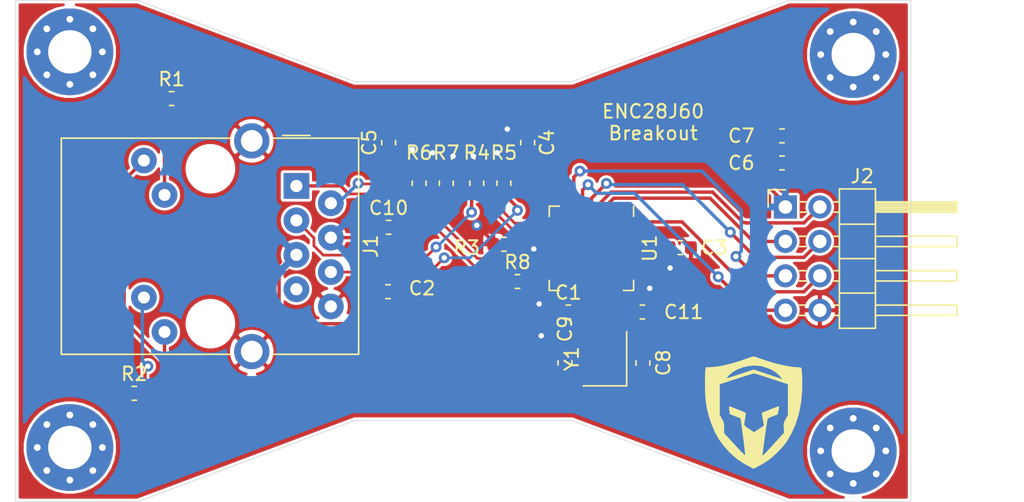
<source format=kicad_pcb>
(kicad_pcb (version 20171130) (host pcbnew "(5.1.6)-1")
  (layers (0 F.Cu signal) (31 B.Cu signal) (34 B.Paste user) (35 F.Paste user) (36 B.SilkS user) (37 F.SilkS user) (38 B.Mask user) (39 F.Mask user) (44 Edge.Cuts user))
  (net 0 "")
  (net 1 +3V3)
  (net 2 GND)
  (net 3 "Net-(C3-Pad1)")
  (net 4 OSC1)
  (net 5 OSC2)
  (net 6 TD+)
  (net 7 TD-)
  (net 8 RD+)
  (net 9 RD-)
  (net 10 "Net-(J1-PadR7)")
  (net 11 LEDB)
  (net 12 "Net-(J1-PadL2)")
  (net 13 "Net-(J1-PadL3)")
  (net 14 LEDA)
  (net 15 MOSI)
  (net 16 MISO)
  (net 17 SCK)
  (net 18 RESET)
  (net 19 INT)
  (net 20 nCS)
  (net 21 "Net-(R3-Pad2)")
  (net 22 "Net-(R8-Pad2)")
  (net 23 "Net-(U1-Pad1)")
  (net 24 "Net-(U1-Pad27)")
  (module ASSETS:Company_Logo1 (layer F.Cu) (at 137.4 106.4)
    (fp_text reference G*** hide)
    (fp_text value LOGO hide)
    (fp_poly (pts (xy 0.070145 -4.104871) (xy 0.205194 -4.063609) (xy 0.383798 -4.00299) (xy 0.531091 -3.949823) (xy 0.979391 -3.795057) (xy 1.44188 -3.65551) (xy 1.900851 -3.535263) (xy 2.338597 -3.438401) (xy 2.737413 -3.369007) (xy 3.07959 -3.331164) (xy 3.239332 -3.325276) (xy 3.398335 -3.31865) (xy 3.487806 -3.294958) (xy 3.529931 -3.248049) (xy 3.531473 -3.244272) (xy 3.543583 -3.172423) (xy 3.556817 -3.025679) (xy 3.56999 -2.821482) (xy 3.581923 -2.577271) (xy 3.588584 -2.401454) (xy 3.580612 -1.505643) (xy 3.495222 -0.656523) (xy 3.332713 0.144692) (xy 3.093388 0.896786) (xy 2.777546 1.598546) (xy 2.468352 2.125387) (xy 2.282438 2.37764) (xy 2.041241 2.658362) (xy 1.766738 2.945407) (xy 1.480908 3.216628) (xy 1.205727 3.449877) (xy 1.016 3.58895) (xy 0.872413 3.680257) (xy 0.696879 3.785136) (xy 0.507948 3.893353) (xy 0.324175 3.994678) (xy 0.16411 4.078878) (xy 0.046306 4.135723) (xy -0.010392 4.155016) (xy -0.054013 4.13431) (xy -0.160199 4.079983) (xy -0.30998 4.001801) (xy -0.392545 3.958268) (xy -0.805334 3.723838) (xy -1.161295 3.482589) (xy -1.494192 3.209693) (xy -1.782101 2.936442) (xy -2.183938 2.49549) (xy -2.522555 2.033998) (xy -2.809577 1.53269) (xy -3.056631 0.972287) (xy -3.189478 0.602763) (xy -3.32025 0.180707) (xy -3.419862 -0.218624) (xy -3.491727 -0.618362) (xy -3.539259 -1.04164) (xy -3.56587 -1.511592) (xy -3.574827 -2.008909) (xy -3.574735 -2.072628) (xy -2.493818 -2.072628) (xy -2.493818 0.181548) (xy -2.332181 0.475609) (xy -2.250692 0.632276) (xy -2.202164 0.759302) (xy -2.178027 0.892515) (xy -2.169714 1.067742) (xy -2.168897 1.158381) (xy -2.167249 1.547091) (xy -1.395352 2.385581) (xy -1.135998 2.66387) (xy -0.925739 2.882137) (xy -0.767093 3.037935) (xy -0.662577 3.128815) (xy -0.614709 3.152329) (xy -0.611914 3.147581) (xy -0.614844 3.083449) (xy -0.628831 2.940162) (xy -0.652427 2.730079) (xy -0.684183 2.465558) (xy -0.722648 2.158956) (xy -0.766374 1.822633) (xy -0.774504 1.761304) (xy -0.948633 0.451517) (xy -1.347604 0.291863) (xy -1.746575 0.132208) (xy -1.778696 -0.144548) (xy -1.793183 -0.293283) (xy -1.798335 -0.399814) (xy -1.794408 -0.437019) (xy -1.748206 -0.42688) (xy -1.635808 -0.388465) (xy -1.47617 -0.329279) (xy -1.288251 -0.256827) (xy -1.091004 -0.178611) (xy -0.903389 -0.102138) (xy -0.74436 -0.03491) (xy -0.632874 0.015568) (xy -0.589272 0.040052) (xy -0.581295 0.09758) (xy -0.589478 0.222662) (xy -0.611943 0.392267) (xy -0.623845 0.463673) (xy -0.655209 0.650244) (xy -0.678817 0.806638) (xy -0.690849 0.90693) (xy -0.691624 0.923637) (xy -0.654756 0.977818) (xy -0.556658 1.06574) (xy -0.41472 1.172667) (xy -0.328009 1.231777) (xy 0.034628 1.470645) (xy 0.771964 0.976995) (xy 0.69272 0.507953) (xy 0.613475 0.038911) (xy 0.710829 0.00156) (xy 0.790439 -0.029775) (xy 0.935106 -0.087432) (xy 1.124228 -0.163178) (xy 1.335953 -0.248276) (xy 1.538746 -0.328252) (xy 1.708069 -0.391868) (xy 1.827012 -0.432996) (xy 1.878668 -0.445511) (xy 1.879336 -0.445149) (xy 1.878968 -0.395475) (xy 1.862654 -0.28113) (xy 1.836474 -0.139949) (xy 1.778 0.149641) (xy 1.431637 0.286056) (xy 1.264432 0.354601) (xy 1.130443 0.414516) (xy 1.053312 0.455086) (xy 1.045716 0.46092) (xy 1.031379 0.512815) (xy 1.007496 0.64195) (xy 0.975982 0.83453) (xy 0.938749 1.07676) (xy 0.897711 1.354846) (xy 0.854781 1.654992) (xy 0.811874 1.963404) (xy 0.770902 2.266286) (xy 0.733778 2.549845) (xy 0.702417 2.800284) (xy 0.678732 3.00381) (xy 0.664637 3.146627) (xy 0.662044 3.21494) (xy 0.663201 3.218595) (xy 0.69721 3.190263) (xy 0.784783 3.102372) (xy 0.917477 2.963822) (xy 1.08685 2.78351) (xy 1.284461 2.570335) (xy 1.468696 2.36954) (xy 2.25854 1.504834) (xy 2.231889 1.156508) (xy 2.220671 0.973245) (xy 2.226569 0.844061) (xy 2.257749 0.731108) (xy 2.322377 0.596535) (xy 2.37262 0.504165) (xy 2.54 0.200148) (xy 2.54 -2.0749) (xy 1.327728 -2.471956) (xy 1.007572 -2.576172) (xy 0.714107 -2.670472) (xy 0.459361 -2.751089) (xy 0.255364 -2.814256) (xy 0.114145 -2.856204) (xy 0.047732 -2.873168) (xy 0.046182 -2.873323) (xy -0.01433 -2.860588) (xy -0.150634 -2.822485) (xy -0.350829 -2.762645) (xy -0.603013 -2.684701) (xy -0.895285 -2.592286) (xy -1.215745 -2.489031) (xy -1.258454 -2.475131) (xy -2.493818 -2.072628) (xy -3.574735 -2.072628) (xy -3.574387 -2.310664) (xy -3.571725 -2.512822) (xy -1.974035 -2.512822) (xy -1.92716 -2.521751) (xy -1.805456 -2.55641) (xy -1.621566 -2.612875) (xy -1.388133 -2.68722) (xy -1.117802 -2.77552) (xy -0.973243 -2.823512) (xy 0.010071 -3.151679) (xy 1.055672 -2.804173) (xy 1.348993 -2.706712) (xy 1.611821 -2.619429) (xy 1.831909 -2.54639) (xy 1.997007 -2.491656) (xy 2.094866 -2.459292) (xy 2.116699 -2.452151) (xy 2.099916 -2.481813) (xy 2.040155 -2.562691) (xy 1.987886 -2.629753) (xy 1.750546 -2.866312) (xy 1.4415 -3.07665) (xy 1.07999 -3.25066) (xy 0.685256 -3.378233) (xy 0.480557 -3.421601) (xy 0.07492 -3.454915) (xy -0.345572 -3.422401) (xy -0.761703 -3.330068) (xy -1.154255 -3.183921) (xy -1.504014 -2.989969) (xy -1.791763 -2.754218) (xy -1.848103 -2.693634) (xy -1.928783 -2.59461) (xy -1.97192 -2.527349) (xy -1.974035 -2.512822) (xy -3.571725 -2.512822) (xy -3.570691 -2.591326) (xy -3.564218 -2.834) (xy -3.555449 -3.021792) (xy -3.544863 -3.137806) (xy -3.542362 -3.151909) (xy -3.505633 -3.325091) (xy -3.24218 -3.325276) (xy -2.8875 -3.346878) (xy -2.466737 -3.408955) (xy -1.995074 -3.508085) (xy -1.487693 -3.640844) (xy -0.959776 -3.803809) (xy -0.658609 -3.907784) (xy -0.43634 -3.985819) (xy -0.241684 -4.050971) (xy -0.092936 -4.097347) (xy -0.008393 -4.119053) (xy 0 -4.119936) (xy 0.070145 -4.104871)) (layer F.SilkS) (width 0.01))
  )
  (module Capacitor_SMD:C_0603_1608Metric (layer F.Cu) (at 123.75 99)
    (fp_text reference C1 (at 0 -1.43) (layer F.SilkS))
    (fp_text value 1U)
    (fp_line (start -0.162779 0.51) (end 0.162779 0.51) (layer F.SilkS) (width 0.12))
    (fp_line (start -0.162779 -0.51) (end 0.162779 -0.51) (layer F.SilkS) (width 0.12))
    (pad 1 smd roundrect (at -0.7875 0) (size 0.875 0.95) (layers F.Cu F.Paste F.Mask) (net 1 +3V3))
    (pad 2 smd roundrect (at 0.7875 0) (size 0.875 0.95) (layers F.Cu F.Paste F.Mask) (net 2 GND))
  )
  (module Capacitor_SMD:C_0603_1608Metric (layer F.Cu) (at 110.4625 97.5)
    (fp_text reference C2 (at 2.5 -0.25) (layer F.SilkS))
    (fp_text value 100P)
    (fp_line (start -0.162779 -0.51) (end 0.162779 -0.51) (layer F.SilkS) (width 0.12))
    (fp_line (start -0.162779 0.51) (end 0.162779 0.51) (layer F.SilkS) (width 0.12))
    (pad 2 smd roundrect (at 0.7875 0) (size 0.875 0.95) (layers F.Cu F.Paste F.Mask) (net 2 GND))
    (pad 1 smd roundrect (at -0.7875 0) (size 0.875 0.95) (layers F.Cu F.Paste F.Mask) (net 1 +3V3))
  )
  (module Capacitor_SMD:C_0603_1608Metric (layer F.Cu) (at 132 94.25)
    (fp_text reference C3 (at 2.5 0) (layer F.SilkS))
    (fp_text value 1U)
    (fp_line (start -0.162779 0.51) (end 0.162779 0.51) (layer F.SilkS) (width 0.12))
    (fp_line (start -0.162779 -0.51) (end 0.162779 -0.51) (layer F.SilkS) (width 0.12))
    (pad 1 smd roundrect (at -0.7875 0) (size 0.875 0.95) (layers F.Cu F.Paste F.Mask) (net 3 "Net-(C3-Pad1)"))
    (pad 2 smd roundrect (at 0.7875 0) (size 0.875 0.95) (layers F.Cu F.Paste F.Mask) (net 2 GND))
  )
  (module Capacitor_SMD:C_0603_1608Metric (layer F.Cu) (at 120.75 86.5 270)
    (fp_text reference C4 (at 0 -1.43 90) (layer F.SilkS))
    (fp_text value 1U)
    (fp_line (start -0.162779 -0.51) (end 0.162779 -0.51) (layer F.SilkS) (width 0.12))
    (fp_line (start -0.162779 0.51) (end 0.162779 0.51) (layer F.SilkS) (width 0.12))
    (pad 2 smd roundrect (at 0.7875 0 270) (size 0.875 0.95) (layers F.Cu F.Paste F.Mask) (net 2 GND))
    (pad 1 smd roundrect (at -0.7875 0 270) (size 0.875 0.95) (layers F.Cu F.Paste F.Mask) (net 1 +3V3))
  )
  (module Capacitor_SMD:C_0603_1608Metric (layer F.Cu) (at 110.5 86.5 90)
    (fp_text reference C5 (at 0 -1.43 90) (layer F.SilkS))
    (fp_text value 1U)
    (fp_line (start -0.162779 0.51) (end 0.162779 0.51) (layer F.SilkS) (width 0.12))
    (fp_line (start -0.162779 -0.51) (end 0.162779 -0.51) (layer F.SilkS) (width 0.12))
    (pad 1 smd roundrect (at -0.7875 0 90) (size 0.875 0.95) (layers F.Cu F.Paste F.Mask) (net 1 +3V3))
    (pad 2 smd roundrect (at 0.7875 0 90) (size 0.875 0.95) (layers F.Cu F.Paste F.Mask) (net 2 GND))
  )
  (module Capacitor_SMD:C_0603_1608Metric (layer F.Cu) (at 139.5 88)
    (fp_text reference C6 (at -3 0) (layer F.SilkS))
    (fp_text value 1U)
    (fp_line (start -0.162779 0.51) (end 0.162779 0.51) (layer F.SilkS) (width 0.12))
    (fp_line (start -0.162779 -0.51) (end 0.162779 -0.51) (layer F.SilkS) (width 0.12))
    (pad 1 smd roundrect (at -0.7875 0) (size 0.875 0.95) (layers F.Cu F.Paste F.Mask) (net 1 +3V3))
    (pad 2 smd roundrect (at 0.7875 0) (size 0.875 0.95) (layers F.Cu F.Paste F.Mask) (net 2 GND))
  )
  (module Capacitor_SMD:C_0603_1608Metric (layer F.Cu) (at 139.5 86)
    (fp_text reference C7 (at -3 0) (layer F.SilkS))
    (fp_text value 100P)
    (fp_line (start -0.162779 -0.51) (end 0.162779 -0.51) (layer F.SilkS) (width 0.12))
    (fp_line (start -0.162779 0.51) (end 0.162779 0.51) (layer F.SilkS) (width 0.12))
    (pad 2 smd roundrect (at 0.7875 0) (size 0.875 0.95) (layers F.Cu F.Paste F.Mask) (net 2 GND))
    (pad 1 smd roundrect (at -0.7875 0) (size 0.875 0.95) (layers F.Cu F.Paste F.Mask) (net 1 +3V3))
  )
  (module Capacitor_SMD:C_0603_1608Metric (layer F.Cu) (at 129.25 102.765001 90)
    (fp_text reference C8 (at 0.015001 1.5 90) (layer F.SilkS))
    (fp_text value 1U)
    (fp_line (start -0.162779 0.51) (end 0.162779 0.51) (layer F.SilkS) (width 0.12))
    (fp_line (start -0.162779 -0.51) (end 0.162779 -0.51) (layer F.SilkS) (width 0.12))
    (pad 1 smd roundrect (at -0.7875 0 90) (size 0.875 0.95) (layers F.Cu F.Paste F.Mask) (net 2 GND))
    (pad 2 smd roundrect (at 0.7875 0 90) (size 0.875 0.95) (layers F.Cu F.Paste F.Mask) (net 5 OSC2))
  )
  (module Capacitor_SMD:C_0603_1608Metric (layer F.Cu) (at 123.5 102.75 90)
    (fp_text reference C9 (at 2.5 0 90) (layer F.SilkS))
    (fp_text value 1U)
    (fp_line (start -0.162779 -0.51) (end 0.162779 -0.51) (layer F.SilkS) (width 0.12))
    (fp_line (start -0.162779 0.51) (end 0.162779 0.51) (layer F.SilkS) (width 0.12))
    (pad 2 smd roundrect (at 0.7875 0 90) (size 0.875 0.95) (layers F.Cu F.Paste F.Mask) (net 4 OSC1))
    (pad 1 smd roundrect (at -0.7875 0 90) (size 0.875 0.95) (layers F.Cu F.Paste F.Mask) (net 2 GND))
  )
  (module Capacitor_SMD:C_0603_1608Metric (layer F.Cu) (at 110.5 92.75)
    (fp_text reference C10 (at 0 -1.43) (layer F.SilkS))
    (fp_text value 100P)
    (fp_line (start -0.162779 0.51) (end 0.162779 0.51) (layer F.SilkS) (width 0.12))
    (fp_line (start -0.162779 -0.51) (end 0.162779 -0.51) (layer F.SilkS) (width 0.12))
    (pad 1 smd roundrect (at -0.7875 0) (size 0.875 0.95) (layers F.Cu F.Paste F.Mask) (net 1 +3V3))
    (pad 2 smd roundrect (at 0.7875 0) (size 0.875 0.95) (layers F.Cu F.Paste F.Mask) (net 2 GND))
  )
  (module Capacitor_SMD:C_0603_1608Metric (layer F.Cu) (at 129.2125 99)
    (fp_text reference C11 (at 3.0375 0) (layer F.SilkS))
    (fp_text value 100P)
    (fp_line (start -0.162779 -0.51) (end 0.162779 -0.51) (layer F.SilkS) (width 0.12))
    (fp_line (start -0.162779 0.51) (end 0.162779 0.51) (layer F.SilkS) (width 0.12))
    (pad 2 smd roundrect (at 0.7875 0) (size 0.875 0.95) (layers F.Cu F.Paste F.Mask) (net 2 GND))
    (pad 1 smd roundrect (at -0.7875 0) (size 0.875 0.95) (layers F.Cu F.Paste F.Mask) (net 1 +3V3))
  )
  (module MountingHole:MountingHole_3.2mm_M3_Pad_Via (layer F.Cu) (at 87 109 180)
    (fp_text reference H1 hide)
    (fp_text value MountingHole)
    (pad 1 thru_hole circle (at 0 0 180) (size 6.4 6.4) (drill 3.2) (layers *.Cu *.Mask))
    (pad 1 thru_hole circle (at 2.4 0 180) (size 0.8 0.8) (drill 0.5) (layers *.Cu *.Mask))
    (pad 1 thru_hole circle (at 1.697056 1.697056 180) (size 0.8 0.8) (drill 0.5) (layers *.Cu *.Mask))
    (pad 1 thru_hole circle (at 0 2.4 180) (size 0.8 0.8) (drill 0.5) (layers *.Cu *.Mask))
    (pad 1 thru_hole circle (at -1.697056 1.697056 180) (size 0.8 0.8) (drill 0.5) (layers *.Cu *.Mask))
    (pad 1 thru_hole circle (at -2.4 0 180) (size 0.8 0.8) (drill 0.5) (layers *.Cu *.Mask))
    (pad 1 thru_hole circle (at -1.697056 -1.697056 180) (size 0.8 0.8) (drill 0.5) (layers *.Cu *.Mask))
    (pad 1 thru_hole circle (at 0 -2.4 180) (size 0.8 0.8) (drill 0.5) (layers *.Cu *.Mask))
    (pad 1 thru_hole circle (at 1.697056 -1.697056 180) (size 0.8 0.8) (drill 0.5) (layers *.Cu *.Mask))
  )
  (module MountingHole:MountingHole_3.2mm_M3_Pad_Via (layer F.Cu) (at 144.75 109.25 180)
    (fp_text reference H2 hide)
    (fp_text value MountingHole)
    (pad 1 thru_hole circle (at 1.697056 -1.697056 180) (size 0.8 0.8) (drill 0.5) (layers *.Cu *.Mask))
    (pad 1 thru_hole circle (at 0 -2.4 180) (size 0.8 0.8) (drill 0.5) (layers *.Cu *.Mask))
    (pad 1 thru_hole circle (at -1.697056 -1.697056 180) (size 0.8 0.8) (drill 0.5) (layers *.Cu *.Mask))
    (pad 1 thru_hole circle (at -2.4 0 180) (size 0.8 0.8) (drill 0.5) (layers *.Cu *.Mask))
    (pad 1 thru_hole circle (at -1.697056 1.697056 180) (size 0.8 0.8) (drill 0.5) (layers *.Cu *.Mask))
    (pad 1 thru_hole circle (at 0 2.4 180) (size 0.8 0.8) (drill 0.5) (layers *.Cu *.Mask))
    (pad 1 thru_hole circle (at 1.697056 1.697056 180) (size 0.8 0.8) (drill 0.5) (layers *.Cu *.Mask))
    (pad 1 thru_hole circle (at 2.4 0 180) (size 0.8 0.8) (drill 0.5) (layers *.Cu *.Mask))
    (pad 1 thru_hole circle (at 0 0 180) (size 6.4 6.4) (drill 3.2) (layers *.Cu *.Mask))
  )
  (module MountingHole:MountingHole_3.2mm_M3_Pad_Via (layer F.Cu) (at 144.75 80)
    (fp_text reference H3 hide)
    (fp_text value MountingHole)
    (pad 1 thru_hole circle (at 0 0) (size 6.4 6.4) (drill 3.2) (layers *.Cu *.Mask))
    (pad 1 thru_hole circle (at 2.4 0) (size 0.8 0.8) (drill 0.5) (layers *.Cu *.Mask))
    (pad 1 thru_hole circle (at 1.697056 1.697056) (size 0.8 0.8) (drill 0.5) (layers *.Cu *.Mask))
    (pad 1 thru_hole circle (at 0 2.4) (size 0.8 0.8) (drill 0.5) (layers *.Cu *.Mask))
    (pad 1 thru_hole circle (at -1.697056 1.697056) (size 0.8 0.8) (drill 0.5) (layers *.Cu *.Mask))
    (pad 1 thru_hole circle (at -2.4 0) (size 0.8 0.8) (drill 0.5) (layers *.Cu *.Mask))
    (pad 1 thru_hole circle (at -1.697056 -1.697056) (size 0.8 0.8) (drill 0.5) (layers *.Cu *.Mask))
    (pad 1 thru_hole circle (at 0 -2.4) (size 0.8 0.8) (drill 0.5) (layers *.Cu *.Mask))
    (pad 1 thru_hole circle (at 1.697056 -1.697056) (size 0.8 0.8) (drill 0.5) (layers *.Cu *.Mask))
  )
  (module MountingHole:MountingHole_3.2mm_M3_Pad_Via (layer F.Cu) (at 87 79.8)
    (fp_text reference H4 hide)
    (fp_text value MountingHole)
    (pad 1 thru_hole circle (at 1.697056 -1.697056) (size 0.8 0.8) (drill 0.5) (layers *.Cu *.Mask))
    (pad 1 thru_hole circle (at 0 -2.4) (size 0.8 0.8) (drill 0.5) (layers *.Cu *.Mask))
    (pad 1 thru_hole circle (at -1.697056 -1.697056) (size 0.8 0.8) (drill 0.5) (layers *.Cu *.Mask))
    (pad 1 thru_hole circle (at -2.4 0) (size 0.8 0.8) (drill 0.5) (layers *.Cu *.Mask))
    (pad 1 thru_hole circle (at -1.697056 1.697056) (size 0.8 0.8) (drill 0.5) (layers *.Cu *.Mask))
    (pad 1 thru_hole circle (at 0 2.4) (size 0.8 0.8) (drill 0.5) (layers *.Cu *.Mask))
    (pad 1 thru_hole circle (at 1.697056 1.697056) (size 0.8 0.8) (drill 0.5) (layers *.Cu *.Mask))
    (pad 1 thru_hole circle (at 2.4 0) (size 0.8 0.8) (drill 0.5) (layers *.Cu *.Mask))
    (pad 1 thru_hole circle (at 0 0) (size 6.4 6.4) (drill 3.2) (layers *.Cu *.Mask))
  )
  (module Connector_RJ:RJ45_Amphenol_RJMG1BD3B8K1ANR (layer F.Cu) (at 103.7 89.7 270)
    (fp_text reference J1 (at 4.445 -5.49 90) (layer F.SilkS))
    (fp_text value RJ45_Amphenol_RJMG1BD3B8K1ANR)
    (fp_line (start -3.73 -1) (end -3.73 1) (layer F.SilkS) (width 0.12))
    (fp_line (start -3.53 17.33) (end -3.53 4.89) (layer F.SilkS) (width 0.12))
    (fp_line (start 12.42 17.33) (end -3.53 17.33) (layer F.SilkS) (width 0.12))
    (fp_line (start 12.42 4.89) (end 12.42 17.33) (layer F.SilkS) (width 0.12))
    (fp_line (start 12.42 -4.59) (end 12.42 1.69) (layer F.SilkS) (width 0.12))
    (fp_line (start -3.53 -4.59) (end 12.42 -4.59) (layer F.SilkS) (width 0.12))
    (fp_line (start -3.53 1.69) (end -3.53 -4.59) (layer F.SilkS) (width 0.12))
    (pad R1 thru_hole rect (at 0 0 270) (size 1.9 1.9) (drill 0.9) (layers *.Cu *.Mask) (net 6 TD+))
    (pad R2 thru_hole circle (at 1.27 -2.54 270) (size 1.9 1.9) (drill 0.9) (layers *.Cu *.Mask) (net 7 TD-))
    (pad R3 thru_hole circle (at 2.54 0 270) (size 1.9 1.9) (drill 0.9) (layers *.Cu *.Mask) (net 8 RD+))
    (pad R4 thru_hole circle (at 3.81 -2.54 270) (size 1.9 1.9) (drill 0.9) (layers *.Cu *.Mask) (net 1 +3V3))
    (pad R5 thru_hole circle (at 5.08 0 270) (size 1.9 1.9) (drill 0.9) (layers *.Cu *.Mask) (net 1 +3V3))
    (pad R6 thru_hole circle (at 6.35 -2.54 270) (size 1.9 1.9) (drill 0.9) (layers *.Cu *.Mask) (net 9 RD-))
    (pad R7 thru_hole circle (at 7.62 0 270) (size 1.9 1.9) (drill 0.9) (layers *.Cu *.Mask) (net 10 "Net-(J1-PadR7)"))
    (pad R8 thru_hole circle (at 8.89 -2.54 270) (size 1.9 1.9) (drill 0.9) (layers *.Cu *.Mask) (net 2 GND))
    (pad L1 thru_hole circle (at 10.77 9.72 270) (size 1.89 1.89) (drill 0.89) (layers *.Cu *.Mask) (net 11 LEDB))
    (pad L2 thru_hole circle (at 8.23 11.24 270) (size 1.89 1.89) (drill 0.89) (layers *.Cu *.Mask) (net 12 "Net-(J1-PadL2)"))
    (pad L3 thru_hole circle (at 0.66 9.72 270) (size 1.89 1.89) (drill 0.89) (layers *.Cu *.Mask) (net 13 "Net-(J1-PadL3)"))
    (pad L4 thru_hole circle (at -1.88 11.24 270) (size 1.89 1.89) (drill 0.89) (layers *.Cu *.Mask) (net 14 LEDA))
    (pad 13 thru_hole circle (at -3.33 3.29 270) (size 2.6 2.6) (drill 1.6) (layers *.Cu *.Mask) (net 2 GND))
    (pad 13 thru_hole circle (at 12.22 3.29 270) (size 2.6 2.6) (drill 1.6) (layers *.Cu *.Mask) (net 2 GND))
    (pad "" np_thru_hole circle (at -1.27 6.34 270) (size 3.25 3.25) (drill 3.25) (layers *.Cu *.Mask))
    (pad "" np_thru_hole circle (at 10.16 6.34 270) (size 3.25 3.25) (drill 3.25) (layers *.Cu *.Mask))
  )
  (module Connector_PinHeader_2.54mm:PinHeader_2x04_P2.54mm_Horizontal (layer F.Cu) (at 139.75 91.25)
    (fp_text reference J2 (at 5.655 -2.27) (layer F.SilkS))
    (fp_text value Conn_02x04_Counter_Clockwise)
    (fp_line (start -1.27 -1.27) (end 0 -1.27) (layer F.SilkS) (width 0.12))
    (fp_line (start -1.27 0) (end -1.27 -1.27) (layer F.SilkS) (width 0.12))
    (fp_line (start 1.042929 8) (end 1.497071 8) (layer F.SilkS) (width 0.12))
    (fp_line (start 1.042929 7.24) (end 1.497071 7.24) (layer F.SilkS) (width 0.12))
    (fp_line (start 3.582929 8) (end 3.98 8) (layer F.SilkS) (width 0.12))
    (fp_line (start 3.582929 7.24) (end 3.98 7.24) (layer F.SilkS) (width 0.12))
    (fp_line (start 12.64 8) (end 6.64 8) (layer F.SilkS) (width 0.12))
    (fp_line (start 12.64 7.24) (end 12.64 8) (layer F.SilkS) (width 0.12))
    (fp_line (start 6.64 7.24) (end 12.64 7.24) (layer F.SilkS) (width 0.12))
    (fp_line (start 3.98 6.35) (end 6.64 6.35) (layer F.SilkS) (width 0.12))
    (fp_line (start 1.042929 5.46) (end 1.497071 5.46) (layer F.SilkS) (width 0.12))
    (fp_line (start 1.042929 4.7) (end 1.497071 4.7) (layer F.SilkS) (width 0.12))
    (fp_line (start 3.582929 5.46) (end 3.98 5.46) (layer F.SilkS) (width 0.12))
    (fp_line (start 3.582929 4.7) (end 3.98 4.7) (layer F.SilkS) (width 0.12))
    (fp_line (start 12.64 5.46) (end 6.64 5.46) (layer F.SilkS) (width 0.12))
    (fp_line (start 12.64 4.7) (end 12.64 5.46) (layer F.SilkS) (width 0.12))
    (fp_line (start 6.64 4.7) (end 12.64 4.7) (layer F.SilkS) (width 0.12))
    (fp_line (start 3.98 3.81) (end 6.64 3.81) (layer F.SilkS) (width 0.12))
    (fp_line (start 1.042929 2.92) (end 1.497071 2.92) (layer F.SilkS) (width 0.12))
    (fp_line (start 1.042929 2.16) (end 1.497071 2.16) (layer F.SilkS) (width 0.12))
    (fp_line (start 3.582929 2.92) (end 3.98 2.92) (layer F.SilkS) (width 0.12))
    (fp_line (start 3.582929 2.16) (end 3.98 2.16) (layer F.SilkS) (width 0.12))
    (fp_line (start 12.64 2.92) (end 6.64 2.92) (layer F.SilkS) (width 0.12))
    (fp_line (start 12.64 2.16) (end 12.64 2.92) (layer F.SilkS) (width 0.12))
    (fp_line (start 6.64 2.16) (end 12.64 2.16) (layer F.SilkS) (width 0.12))
    (fp_line (start 3.98 1.27) (end 6.64 1.27) (layer F.SilkS) (width 0.12))
    (fp_line (start 1.11 0.38) (end 1.497071 0.38) (layer F.SilkS) (width 0.12))
    (fp_line (start 1.11 -0.38) (end 1.497071 -0.38) (layer F.SilkS) (width 0.12))
    (fp_line (start 3.582929 0.38) (end 3.98 0.38) (layer F.SilkS) (width 0.12))
    (fp_line (start 3.582929 -0.38) (end 3.98 -0.38) (layer F.SilkS) (width 0.12))
    (fp_line (start 6.64 0.28) (end 12.64 0.28) (layer F.SilkS) (width 0.12))
    (fp_line (start 6.64 0.16) (end 12.64 0.16) (layer F.SilkS) (width 0.12))
    (fp_line (start 6.64 0.04) (end 12.64 0.04) (layer F.SilkS) (width 0.12))
    (fp_line (start 6.64 -0.08) (end 12.64 -0.08) (layer F.SilkS) (width 0.12))
    (fp_line (start 6.64 -0.2) (end 12.64 -0.2) (layer F.SilkS) (width 0.12))
    (fp_line (start 6.64 -0.32) (end 12.64 -0.32) (layer F.SilkS) (width 0.12))
    (fp_line (start 12.64 0.38) (end 6.64 0.38) (layer F.SilkS) (width 0.12))
    (fp_line (start 12.64 -0.38) (end 12.64 0.38) (layer F.SilkS) (width 0.12))
    (fp_line (start 6.64 -0.38) (end 12.64 -0.38) (layer F.SilkS) (width 0.12))
    (fp_line (start 6.64 -1.33) (end 3.98 -1.33) (layer F.SilkS) (width 0.12))
    (fp_line (start 6.64 8.95) (end 6.64 -1.33) (layer F.SilkS) (width 0.12))
    (fp_line (start 3.98 8.95) (end 6.64 8.95) (layer F.SilkS) (width 0.12))
    (fp_line (start 3.98 -1.33) (end 3.98 8.95) (layer F.SilkS) (width 0.12))
    (pad 1 thru_hole rect (at 0 0) (size 1.7 1.7) (drill 1) (layers *.Cu *.Mask) (net 1 +3V3))
    (pad 2 thru_hole oval (at 2.54 0) (size 1.7 1.7) (drill 1) (layers *.Cu *.Mask) (net 15 MOSI))
    (pad 3 thru_hole oval (at 0 2.54) (size 1.7 1.7) (drill 1) (layers *.Cu *.Mask) (net 16 MISO))
    (pad 4 thru_hole oval (at 2.54 2.54) (size 1.7 1.7) (drill 1) (layers *.Cu *.Mask) (net 17 SCK))
    (pad 5 thru_hole oval (at 0 5.08) (size 1.7 1.7) (drill 1) (layers *.Cu *.Mask) (net 18 RESET))
    (pad 6 thru_hole oval (at 2.54 5.08) (size 1.7 1.7) (drill 1) (layers *.Cu *.Mask) (net 19 INT))
    (pad 7 thru_hole oval (at 0 7.62) (size 1.7 1.7) (drill 1) (layers *.Cu *.Mask) (net 20 nCS))
    (pad 8 thru_hole oval (at 2.54 7.62) (size 1.7 1.7) (drill 1) (layers *.Cu *.Mask) (net 2 GND))
  )
  (module Resistor_SMD:R_0603_1608Metric (layer F.Cu) (at 94.5 83.25)
    (fp_text reference R1 (at 0 -1.43) (layer F.SilkS))
    (fp_text value 1K)
    (fp_line (start -0.162779 0.51) (end 0.162779 0.51) (layer F.SilkS) (width 0.12))
    (fp_line (start -0.162779 -0.51) (end 0.162779 -0.51) (layer F.SilkS) (width 0.12))
    (pad 1 smd roundrect (at -0.7875 0) (size 0.875 0.95) (layers F.Cu F.Paste F.Mask) (net 2 GND))
    (pad 2 smd roundrect (at 0.7875 0) (size 0.875 0.95) (layers F.Cu F.Paste F.Mask) (net 13 "Net-(J1-PadL3)"))
  )
  (module Resistor_SMD:R_0603_1608Metric (layer F.Cu) (at 91.75 105)
    (fp_text reference R2 (at 0 -1.43) (layer F.SilkS))
    (fp_text value 1K)
    (fp_line (start -0.162779 0.51) (end 0.162779 0.51) (layer F.SilkS) (width 0.12))
    (fp_line (start -0.162779 -0.51) (end 0.162779 -0.51) (layer F.SilkS) (width 0.12))
    (pad 1 smd roundrect (at -0.7875 0) (size 0.875 0.95) (layers F.Cu F.Paste F.Mask) (net 2 GND))
    (pad 2 smd roundrect (at 0.7875 0) (size 0.875 0.95) (layers F.Cu F.Paste F.Mask) (net 12 "Net-(J1-PadL2)"))
  )
  (module Resistor_SMD:R_0603_1608Metric (layer F.Cu) (at 119 94)
    (fp_text reference R3 (at -2.75 0.25) (layer F.SilkS))
    (fp_text value 1K)
    (fp_line (start -0.162779 -0.51) (end 0.162779 -0.51) (layer F.SilkS) (width 0.12))
    (fp_line (start -0.162779 0.51) (end 0.162779 0.51) (layer F.SilkS) (width 0.12))
    (pad 2 smd roundrect (at 0.7875 0) (size 0.875 0.95) (layers F.Cu F.Paste F.Mask) (net 21 "Net-(R3-Pad2)"))
    (pad 1 smd roundrect (at -0.7875 0) (size 0.875 0.95) (layers F.Cu F.Paste F.Mask) (net 2 GND))
  )
  (module Resistor_SMD:R_0603_1608Metric (layer F.Cu) (at 117 89.5 90)
    (fp_text reference R4 (at 2.25 0 180) (layer F.SilkS))
    (fp_text value 1K)
    (fp_line (start -0.162779 -0.51) (end 0.162779 -0.51) (layer F.SilkS) (width 0.12))
    (fp_line (start -0.162779 0.51) (end 0.162779 0.51) (layer F.SilkS) (width 0.12))
    (pad 2 smd roundrect (at 0.7875 0 90) (size 0.875 0.95) (layers F.Cu F.Paste F.Mask) (net 1 +3V3))
    (pad 1 smd roundrect (at -0.7875 0 90) (size 0.875 0.95) (layers F.Cu F.Paste F.Mask) (net 8 RD+))
  )
  (module Resistor_SMD:R_0603_1608Metric (layer F.Cu) (at 119 89.5 90)
    (fp_text reference R5 (at 2.25 0 180) (layer F.SilkS))
    (fp_text value 1K)
    (fp_line (start -0.162779 -0.51) (end 0.162779 -0.51) (layer F.SilkS) (width 0.12))
    (fp_line (start -0.162779 0.51) (end 0.162779 0.51) (layer F.SilkS) (width 0.12))
    (pad 2 smd roundrect (at 0.7875 0 90) (size 0.875 0.95) (layers F.Cu F.Paste F.Mask) (net 1 +3V3))
    (pad 1 smd roundrect (at -0.7875 0 90) (size 0.875 0.95) (layers F.Cu F.Paste F.Mask) (net 9 RD-))
  )
  (module Resistor_SMD:R_0603_1608Metric (layer F.Cu) (at 112.75 89.5 90)
    (fp_text reference R6 (at 2.25 0 180) (layer F.SilkS))
    (fp_text value 1K)
    (fp_line (start -0.162779 0.51) (end 0.162779 0.51) (layer F.SilkS) (width 0.12))
    (fp_line (start -0.162779 -0.51) (end 0.162779 -0.51) (layer F.SilkS) (width 0.12))
    (pad 1 smd roundrect (at -0.7875 0 90) (size 0.875 0.95) (layers F.Cu F.Paste F.Mask) (net 6 TD+))
    (pad 2 smd roundrect (at 0.7875 0 90) (size 0.875 0.95) (layers F.Cu F.Paste F.Mask) (net 1 +3V3))
  )
  (module Resistor_SMD:R_0603_1608Metric (layer F.Cu) (at 114.75 89.5 90)
    (fp_text reference R7 (at 2.25 0 180) (layer F.SilkS))
    (fp_text value 1K)
    (fp_line (start -0.162779 -0.51) (end 0.162779 -0.51) (layer F.SilkS) (width 0.12))
    (fp_line (start -0.162779 0.51) (end 0.162779 0.51) (layer F.SilkS) (width 0.12))
    (pad 2 smd roundrect (at 0.7875 0 90) (size 0.875 0.95) (layers F.Cu F.Paste F.Mask) (net 1 +3V3))
    (pad 1 smd roundrect (at -0.7875 0 90) (size 0.875 0.95) (layers F.Cu F.Paste F.Mask) (net 7 TD-))
  )
  (module Resistor_SMD:R_0603_1608Metric (layer F.Cu) (at 120 96.75)
    (fp_text reference R8 (at 0 -1.43) (layer F.SilkS))
    (fp_text value 0)
    (fp_line (start -0.162779 0.51) (end 0.162779 0.51) (layer F.SilkS) (width 0.12))
    (fp_line (start -0.162779 -0.51) (end 0.162779 -0.51) (layer F.SilkS) (width 0.12))
    (pad 1 smd roundrect (at -0.7875 0) (size 0.875 0.95) (layers F.Cu F.Paste F.Mask) (net 2 GND))
    (pad 2 smd roundrect (at 0.7875 0) (size 0.875 0.95) (layers F.Cu F.Paste F.Mask) (net 22 "Net-(R8-Pad2)"))
  )
  (module Package_DFN_QFN:QFN-28-1EP_6x6mm_P0.65mm_EP4.25x4.25mm (layer F.Cu) (at 125.45 94.3 270)
    (fp_text reference U1 (at 0 -4.3 90) (layer F.SilkS))
    (fp_text value ENC28J60x-ML)
    (fp_line (start -2.36 -3.11) (end -3.11 -3.11) (layer F.SilkS) (width 0.12))
    (fp_line (start 3.11 3.11) (end 3.11 2.36) (layer F.SilkS) (width 0.12))
    (fp_line (start 2.36 3.11) (end 3.11 3.11) (layer F.SilkS) (width 0.12))
    (fp_line (start -3.11 3.11) (end -3.11 2.36) (layer F.SilkS) (width 0.12))
    (fp_line (start -2.36 3.11) (end -3.11 3.11) (layer F.SilkS) (width 0.12))
    (fp_line (start 3.11 -3.11) (end 3.11 -2.36) (layer F.SilkS) (width 0.12))
    (fp_line (start 2.36 -3.11) (end 3.11 -3.11) (layer F.SilkS) (width 0.12))
    (pad 1 smd roundrect (at -2.8375 -1.95 270) (size 1.025 0.3) (layers F.Cu F.Paste F.Mask) (net 23 "Net-(U1-Pad1)"))
    (pad 2 smd roundrect (at -2.8375 -1.3 270) (size 1.025 0.3) (layers F.Cu F.Paste F.Mask) (net 16 MISO))
    (pad 3 smd roundrect (at -2.8375 -0.65 270) (size 1.025 0.3) (layers F.Cu F.Paste F.Mask) (net 15 MOSI))
    (pad 4 smd roundrect (at -2.8375 0 270) (size 1.025 0.3) (layers F.Cu F.Paste F.Mask) (net 17 SCK))
    (pad 5 smd roundrect (at -2.8375 0.65 270) (size 1.025 0.3) (layers F.Cu F.Paste F.Mask) (net 20 nCS))
    (pad 6 smd roundrect (at -2.8375 1.3 270) (size 1.025 0.3) (layers F.Cu F.Paste F.Mask) (net 18 RESET))
    (pad 7 smd roundrect (at -2.8375 1.95 270) (size 1.025 0.3) (layers F.Cu F.Paste F.Mask) (net 2 GND))
    (pad 8 smd roundrect (at -1.95 2.8375 270) (size 0.3 1.025) (layers F.Cu F.Paste F.Mask) (net 9 RD-))
    (pad 9 smd roundrect (at -1.3 2.8375 270) (size 0.3 1.025) (layers F.Cu F.Paste F.Mask) (net 8 RD+))
    (pad 10 smd roundrect (at -0.65 2.8375 270) (size 0.3 1.025) (layers F.Cu F.Paste F.Mask) (net 21 "Net-(R3-Pad2)"))
    (pad 11 smd roundrect (at 0 2.8375 270) (size 0.3 1.025) (layers F.Cu F.Paste F.Mask) (net 1 +3V3))
    (pad 12 smd roundrect (at 0.65 2.8375 270) (size 0.3 1.025) (layers F.Cu F.Paste F.Mask) (net 7 TD-))
    (pad 13 smd roundrect (at 1.3 2.8375 270) (size 0.3 1.025) (layers F.Cu F.Paste F.Mask) (net 6 TD+))
    (pad 14 smd roundrect (at 1.95 2.8375 270) (size 0.3 1.025) (layers F.Cu F.Paste F.Mask) (net 22 "Net-(R8-Pad2)"))
    (pad 15 smd roundrect (at 2.8375 1.95 270) (size 1.025 0.3) (layers F.Cu F.Paste F.Mask) (net 1 +3V3))
    (pad 16 smd roundrect (at 2.8375 1.3 270) (size 1.025 0.3) (layers F.Cu F.Paste F.Mask) (net 1 +3V3))
    (pad 17 smd roundrect (at 2.8375 0.65 270) (size 1.025 0.3) (layers F.Cu F.Paste F.Mask) (net 2 GND))
    (pad 18 smd roundrect (at 2.8375 0 270) (size 1.025 0.3) (layers F.Cu F.Paste F.Mask) (net 2 GND))
    (pad 19 smd roundrect (at 2.8375 -0.65 270) (size 1.025 0.3) (layers F.Cu F.Paste F.Mask) (net 4 OSC1))
    (pad 20 smd roundrect (at 2.8375 -1.3 270) (size 1.025 0.3) (layers F.Cu F.Paste F.Mask) (net 5 OSC2))
    (pad 21 smd roundrect (at 2.8375 -1.95 270) (size 1.025 0.3) (layers F.Cu F.Paste F.Mask) (net 1 +3V3))
    (pad 22 smd roundrect (at 1.95 -2.8375 270) (size 0.3 1.025) (layers F.Cu F.Paste F.Mask) (net 11 LEDB))
    (pad 23 smd roundrect (at 1.3 -2.8375 270) (size 0.3 1.025) (layers F.Cu F.Paste F.Mask) (net 14 LEDA))
    (pad 24 smd roundrect (at 0.65 -2.8375 270) (size 0.3 1.025) (layers F.Cu F.Paste F.Mask) (net 1 +3V3))
    (pad 25 smd roundrect (at 0 -2.8375 270) (size 0.3 1.025) (layers F.Cu F.Paste F.Mask) (net 3 "Net-(C3-Pad1)"))
    (pad 26 smd roundrect (at -0.65 -2.8375 270) (size 0.3 1.025) (layers F.Cu F.Paste F.Mask) (net 2 GND))
    (pad 27 smd roundrect (at -1.3 -2.8375 270) (size 0.3 1.025) (layers F.Cu F.Paste F.Mask) (net 24 "Net-(U1-Pad27)"))
    (pad 28 smd roundrect (at -1.95 -2.8375 270) (size 0.3 1.025) (layers F.Cu F.Paste F.Mask) (net 19 INT))
    (pad 29 smd rect (at 0 0 270) (size 4.25 4.25) (layers F.Cu F.Mask))
  )
  (module Crystal:Crystal_SMD_SeikoEpson_FA238-4Pin_3.2x2.5mm (layer F.Cu) (at 126.45 102.45 90)
    (fp_text reference Y1 (at 0 -2.45 90) (layer F.SilkS))
    (fp_text value Crystal_GND23)
    (fp_line (start -2 1.6) (end 2 1.6) (layer F.SilkS) (width 0.12))
    (fp_line (start -2 -1.6) (end -2 1.6) (layer F.SilkS) (width 0.12))
    (pad 1 smd rect (at -1.1 0.8 90) (size 1.4 1.2) (layers F.Cu F.Paste F.Mask) (net 2 GND))
    (pad 2 smd rect (at 1.1 0.8 90) (size 1.4 1.2) (layers F.Cu F.Paste F.Mask) (net 5 OSC2))
    (pad 3 smd rect (at 1.1 -0.8 90) (size 1.4 1.2) (layers F.Cu F.Paste F.Mask) (net 4 OSC1))
    (pad 4 smd rect (at -1.1 -0.8 90) (size 1.4 1.2) (layers F.Cu F.Paste F.Mask) (net 2 GND))
  )
  (gr_text "ENC28J60\nBreakout" (at 130 85) (layer F.SilkS) (effects (font (size 1 1))))
  (gr_line (start 108 107) (end 92 113) (layer Edge.Cuts) (width 0.05))
  (gr_line (start 124 107) (end 108 107) (layer Edge.Cuts) (width 0.05))
  (gr_line (start 140 113) (end 124 107) (layer Edge.Cuts) (width 0.05))
  (gr_line (start 149 113) (end 140 113) (layer Edge.Cuts) (width 0.05))
  (gr_line (start 149 76) (end 149 113) (layer Edge.Cuts) (width 0.05))
  (gr_line (start 83 113) (end 92 113) (layer Edge.Cuts) (width 0.05))
  (gr_line (start 83 76) (end 83 113) (layer Edge.Cuts) (width 0.05))
  (gr_line (start 124 82) (end 108 82) (layer Edge.Cuts) (width 0.05))
  (gr_line (start 140 76) (end 124 82) (layer Edge.Cuts) (width 0.05))
  (gr_line (start 149 76) (end 140 76) (layer Edge.Cuts) (width 0.05))
  (gr_line (start 92 76) (end 108 82) (layer Edge.Cuts) (width 0.05))
  (gr_line (start 83 76) (end 92 76) (layer Edge.Cuts) (width 0.05))
  (segment (start 123.5 98.4625) (end 122.9625 99) (width 0.25) (layer F.Cu) (net 1))
  (segment (start 123.5 97.1375) (end 123.5 98.4625) (width 0.25) (layer F.Cu) (net 1))
  (segment (start 124.15 97.1375) (end 123.5 97.1375) (width 0.25) (layer F.Cu) (net 1))
  (segment (start 139.75 91.25) (end 139.75 91) (width 0.25) (layer F.Cu) (net 1))
  (segment (start 138.7125 89.9625) (end 138.7125 88) (width 0.25) (layer F.Cu) (net 1))
  (segment (start 139.75 91) (end 138.7125 89.9625) (width 0.25) (layer F.Cu) (net 1))
  (segment (start 138.7125 86) (end 138.7125 88) (width 0.25) (layer F.Cu) (net 1))
  (segment (start 128.425 99) (end 128.425 98.1625) (width 0.25) (layer F.Cu) (net 1))
  (segment (start 108.9525 93.51) (end 109.7125 92.75) (width 0.25) (layer F.Cu) (net 1))
  (segment (start 106.24 93.51) (end 108.9525 93.51) (width 0.25) (layer F.Cu) (net 1))
  (segment (start 107.309999 99.865001) (end 103.365001 99.865001) (width 0.25) (layer F.Cu) (net 1))
  (segment (start 109.675 97.5) (end 107.309999 99.865001) (width 0.25) (layer F.Cu) (net 1))
  (segment (start 102.424999 96.055001) (end 103.7 94.78) (width 0.25) (layer F.Cu) (net 1))
  (segment (start 102.424999 98.924999) (end 102.424999 96.055001) (width 0.25) (layer F.Cu) (net 1))
  (segment (start 103.365001 99.865001) (end 102.424999 98.924999) (width 0.25) (layer F.Cu) (net 1))
  (via (at 121.75 100.75) (size 0.8) (drill 0.4) (layers F.Cu B.Cu) (net 1))
  (segment (start 122.9625 99) (end 122.9625 99.5375) (width 0.25) (layer F.Cu) (net 1))
  (segment (start 122.9625 99.5375) (end 121.75 100.75) (width 0.25) (layer F.Cu) (net 1))
  (via (at 129.75 97.25) (size 0.8) (drill 0.4) (layers F.Cu B.Cu) (net 1))
  (segment (start 129.13125 97.86875) (end 129.75 97.25) (width 0.25) (layer F.Cu) (net 1))
  (segment (start 128.13125 97.86875) (end 129.13125 97.86875) (width 0.25) (layer F.Cu) (net 1))
  (segment (start 128.13125 97.86875) (end 127.4 97.1375) (width 0.25) (layer F.Cu) (net 1))
  (segment (start 128.425 98.1625) (end 128.13125 97.86875) (width 0.25) (layer F.Cu) (net 1))
  (via (at 131.25 95.75) (size 0.8) (drill 0.4) (layers F.Cu B.Cu) (net 1))
  (segment (start 128.2875 94.95) (end 128.4375 95.1) (width 0.25) (layer F.Cu) (net 1))
  (segment (start 130.6 95.1) (end 131.25 95.75) (width 0.25) (layer F.Cu) (net 1))
  (segment (start 128.4375 95.1) (end 130.6 95.1) (width 0.25) (layer F.Cu) (net 1))
  (via (at 119.25 85.5) (size 0.8) (drill 0.4) (layers F.Cu B.Cu) (net 1))
  (segment (start 120.75 85.7125) (end 119.4625 85.7125) (width 0.25) (layer F.Cu) (net 1))
  (segment (start 119.4625 85.7125) (end 119.25 85.5) (width 0.25) (layer F.Cu) (net 1))
  (via (at 112.25 87) (size 0.8) (drill 0.4) (layers F.Cu B.Cu) (net 1))
  (segment (start 110.5 87.2875) (end 111.9625 87.2875) (width 0.25) (layer F.Cu) (net 1))
  (segment (start 111.9625 87.2875) (end 112.25 87) (width 0.25) (layer F.Cu) (net 1))
  (via (at 113.75 87.25) (size 0.8) (drill 0.4) (layers F.Cu B.Cu) (net 1))
  (segment (start 112.75 88.7125) (end 112.75 88.25) (width 0.25) (layer F.Cu) (net 1))
  (segment (start 112.75 88.25) (end 113.75 87.25) (width 0.25) (layer F.Cu) (net 1))
  (via (at 115.25 87.5) (size 0.8) (drill 0.4) (layers F.Cu B.Cu) (net 1))
  (segment (start 114.75 88.7125) (end 114.75 88) (width 0.25) (layer F.Cu) (net 1))
  (segment (start 114.75 88) (end 115.25 87.5) (width 0.25) (layer F.Cu) (net 1))
  (segment (start 117 88.7125) (end 117 87.75) (width 0.25) (layer F.Cu) (net 1))
  (via (at 116.75 87.5) (size 0.8) (drill 0.4) (layers F.Cu B.Cu) (net 1))
  (segment (start 117 87.75) (end 116.75 87.5) (width 0.25) (layer F.Cu) (net 1))
  (segment (start 119 88.7125) (end 119 87.75) (width 0.25) (layer F.Cu) (net 1))
  (via (at 118.5 87.25) (size 0.8) (drill 0.4) (layers F.Cu B.Cu) (net 1))
  (segment (start 119 87.75) (end 118.5 87.25) (width 0.25) (layer F.Cu) (net 1))
  (via (at 121.6 98.4) (size 0.8) (drill 0.4) (layers F.Cu B.Cu) (net 1))
  (segment (start 123.5 97.1375) (end 122.8625 97.1375) (width 0.25) (layer F.Cu) (net 1))
  (segment (start 122.8625 97.1375) (end 121.6 98.4) (width 0.25) (layer F.Cu) (net 1))
  (via (at 121.2 94.35) (size 0.8) (drill 0.4) (layers F.Cu B.Cu) (net 1))
  (segment (start 122.6125 94.3) (end 121.25 94.3) (width 0.25) (layer F.Cu) (net 1))
  (segment (start 121.25 94.3) (end 121.2 94.35) (width 0.25) (layer F.Cu) (net 1))
  (segment (start 124.8 98.7375) (end 124.8 97.1375) (width 0.25) (layer F.Cu) (net 2))
  (segment (start 124.5375 99) (end 124.8 98.7375) (width 0.25) (layer F.Cu) (net 2))
  (via (at 117 92.6) (size 0.8) (drill 0.4) (layers F.Cu B.Cu) (net 2))
  (segment (start 118.2125 93.8125) (end 117 92.6) (width 0.25) (layer F.Cu) (net 2))
  (segment (start 118.2125 94) (end 118.2125 93.8125) (width 0.25) (layer F.Cu) (net 2))
  (segment (start 123.5 90.0375) (end 120.75 87.2875) (width 0.25) (layer F.Cu) (net 2))
  (segment (start 123.5 91.4625) (end 123.5 90.0375) (width 0.25) (layer F.Cu) (net 2))
  (segment (start 131.98749 93.44999) (end 132.7875 94.25) (width 0.25) (layer F.Cu) (net 2))
  (segment (start 130.568506 93.65) (end 130.768516 93.44999) (width 0.25) (layer F.Cu) (net 2))
  (segment (start 130.768516 93.44999) (end 131.98749 93.44999) (width 0.25) (layer F.Cu) (net 2))
  (segment (start 128.2875 93.65) (end 130.568506 93.65) (width 0.25) (layer F.Cu) (net 2))
  (segment (start 125.45 97.1375) (end 124.8 97.1375) (width 0.25) (layer F.Cu) (net 2))
  (segment (start 131.1625 94.3) (end 131.2125 94.25) (width 0.25) (layer F.Cu) (net 3))
  (segment (start 128.2875 94.3) (end 131.1625 94.3) (width 0.25) (layer F.Cu) (net 3))
  (segment (start 125.0375 101.9625) (end 125.65 101.35) (width 0.25) (layer F.Cu) (net 4))
  (segment (start 123.5 101.9625) (end 125.0375 101.9625) (width 0.25) (layer F.Cu) (net 4))
  (segment (start 126.1 100.9) (end 125.65 101.35) (width 0.25) (layer F.Cu) (net 4))
  (segment (start 126.1 97.1375) (end 126.1 100.9) (width 0.25) (layer F.Cu) (net 4))
  (segment (start 127.877501 101.977501) (end 127.25 101.35) (width 0.25) (layer F.Cu) (net 5))
  (segment (start 129.25 101.977501) (end 127.877501 101.977501) (width 0.25) (layer F.Cu) (net 5))
  (segment (start 126.75 100.85) (end 127.25 101.35) (width 0.25) (layer F.Cu) (net 5))
  (segment (start 126.75 97.1375) (end 126.75 100.85) (width 0.25) (layer F.Cu) (net 5))
  (segment (start 112.75 90.2875) (end 107.9693 90.2875) (width 0.2) (layer F.Cu) (net 6))
  (segment (start 107.9693 90.2875) (end 107.557818 90.2875) (width 0.2) (layer F.Cu) (net 6))
  (segment (start 103.705001 89.694999) (end 103.7 89.7) (width 0.25) (layer F.Cu) (net 6))
  (segment (start 106.965317 89.694999) (end 103.705001 89.694999) (width 0.25) (layer F.Cu) (net 6))
  (segment (start 107.557818 90.2875) (end 106.965317 89.694999) (width 0.25) (layer F.Cu) (net 6))
  (segment (start 122.6125 95.6) (end 116.8 95.6) (width 0.2) (layer F.Cu) (net 6))
  (segment (start 112.75 91.55) (end 112.75 90.2875) (width 0.2) (layer F.Cu) (net 6))
  (segment (start 116.8 95.6) (end 112.75 91.55) (width 0.2) (layer F.Cu) (net 6))
  (segment (start 113.22113 89.54999) (end 108.29999 89.54999) (width 0.2) (layer F.Cu) (net 7))
  (segment (start 113.50864 89.8375) (end 113.22113 89.54999) (width 0.2) (layer F.Cu) (net 7))
  (segment (start 114.75 90.2875) (end 114.3 89.8375) (width 0.2) (layer F.Cu) (net 7))
  (segment (start 114.3 89.8375) (end 113.50864 89.8375) (width 0.2) (layer F.Cu) (net 7))
  (via (at 108.25 89.5) (size 0.8) (drill 0.4) (layers F.Cu B.Cu) (net 7))
  (segment (start 108.29999 89.54999) (end 108.25 89.5) (width 0.25) (layer F.Cu) (net 7))
  (segment (start 106.78 90.97) (end 106.24 90.97) (width 0.25) (layer B.Cu) (net 7))
  (segment (start 108.25 89.5) (end 106.78 90.97) (width 0.25) (layer B.Cu) (net 7))
  (segment (start 114.4 90.6375) (end 114.75 90.2875) (width 0.2) (layer F.Cu) (net 7))
  (segment (start 117.05 95.05) (end 114.4 92.4) (width 0.2) (layer F.Cu) (net 7))
  (segment (start 122.6125 94.95) (end 122.5125 95.05) (width 0.2) (layer F.Cu) (net 7))
  (segment (start 114.4 92.4) (end 114.4 90.6375) (width 0.2) (layer F.Cu) (net 7))
  (segment (start 122.5125 95.05) (end 117.05 95.05) (width 0.2) (layer F.Cu) (net 7))
  (segment (start 122.5125 92.9) (end 119.6125 92.9) (width 0.2) (layer F.Cu) (net 8))
  (segment (start 119.6125 92.9) (end 118.681802 91.969302) (width 0.2) (layer F.Cu) (net 8))
  (segment (start 118.681802 91.969302) (end 117 90.2875) (width 0.2) (layer F.Cu) (net 8))
  (segment (start 122.6125 93) (end 122.5125 92.9) (width 0.2) (layer F.Cu) (net 8))
  (via (at 116.618812 91.638724) (size 0.8) (drill 0.4) (layers F.Cu B.Cu) (net 8))
  (segment (start 116.618812 90.668688) (end 117 90.2875) (width 0.25) (layer F.Cu) (net 8))
  (segment (start 116.618812 91.638724) (end 116.618812 90.668688) (width 0.25) (layer F.Cu) (net 8))
  (segment (start 105.679997 94.799999) (end 113.400001 94.799999) (width 0.2) (layer F.Cu) (net 8))
  (segment (start 114.057536 94.2) (end 114 94.2) (width 0.2) (layer B.Cu) (net 8))
  (segment (start 104.989999 93.529999) (end 104.989999 94.110001) (width 0.2) (layer F.Cu) (net 8))
  (segment (start 103.7 92.24) (end 104.989999 93.529999) (width 0.2) (layer F.Cu) (net 8))
  (segment (start 114.493812 93.763724) (end 114.057536 94.2) (width 0.2) (layer B.Cu) (net 8))
  (segment (start 116.618812 91.638724) (end 114.493812 93.763724) (width 0.2) (layer B.Cu) (net 8))
  (segment (start 104.989999 94.110001) (end 105.679997 94.799999) (width 0.2) (layer F.Cu) (net 8))
  (via (at 114 94.2) (size 0.8) (drill 0.4) (layers F.Cu B.Cu) (net 8))
  (segment (start 113.400001 94.799999) (end 114 94.2) (width 0.2) (layer F.Cu) (net 8))
  (segment (start 119 91.651103) (end 119 90.2875) (width 0.2) (layer F.Cu) (net 9))
  (segment (start 122.5125 92.45) (end 119.798897 92.45) (width 0.2) (layer F.Cu) (net 9))
  (segment (start 119.798897 92.45) (end 119 91.651103) (width 0.2) (layer F.Cu) (net 9))
  (segment (start 122.6125 92.35) (end 122.5125 92.45) (width 0.2) (layer F.Cu) (net 9))
  (segment (start 120 91.5) (end 120 91.2875) (width 0.25) (layer F.Cu) (net 9))
  (segment (start 120 91.2875) (end 119 90.2875) (width 0.25) (layer F.Cu) (net 9))
  (via (at 120 91.5) (size 0.8) (drill 0.4) (layers F.Cu B.Cu) (net 9))
  (via (at 114.6 95) (size 0.8) (drill 0.4) (layers F.Cu B.Cu) (net 9))
  (segment (start 113.55 96.05) (end 114.6 95) (width 0.2) (layer F.Cu) (net 9))
  (segment (start 106.24 96.05) (end 113.55 96.05) (width 0.2) (layer F.Cu) (net 9))
  (segment (start 116.5 95) (end 114.6 95) (width 0.2) (layer B.Cu) (net 9))
  (segment (start 120 91.5) (end 116.5 95) (width 0.2) (layer B.Cu) (net 9))
  (segment (start 132 98.25) (end 130 96.25) (width 0.25) (layer F.Cu) (net 11))
  (segment (start 93.98 101.98) (end 96 104) (width 0.25) (layer F.Cu) (net 11))
  (segment (start 93.98 100.47) (end 93.98 101.98) (width 0.25) (layer F.Cu) (net 11))
  (segment (start 130 96.25) (end 128.2875 96.25) (width 0.25) (layer F.Cu) (net 11))
  (segment (start 131.75 105.25) (end 132 105) (width 0.25) (layer F.Cu) (net 11))
  (segment (start 96 104) (end 121 104) (width 0.25) (layer F.Cu) (net 11))
  (segment (start 121 104) (end 122.25 105.25) (width 0.25) (layer F.Cu) (net 11))
  (segment (start 132 105) (end 132 98.25) (width 0.25) (layer F.Cu) (net 11))
  (segment (start 122.25 105.25) (end 131.75 105.25) (width 0.25) (layer F.Cu) (net 11))
  (via (at 92.75 103) (size 0.8) (drill 0.4) (layers F.Cu B.Cu) (net 12))
  (segment (start 92.5375 105) (end 92.5375 103.2125) (width 0.25) (layer F.Cu) (net 12))
  (segment (start 92.5375 103.2125) (end 92.75 103) (width 0.25) (layer F.Cu) (net 12))
  (segment (start 92.350001 98.039999) (end 92.46 97.93) (width 0.25) (layer B.Cu) (net 12))
  (segment (start 92.350001 102.600001) (end 92.350001 98.039999) (width 0.25) (layer B.Cu) (net 12))
  (segment (start 92.75 103) (end 92.350001 102.600001) (width 0.25) (layer B.Cu) (net 12))
  (segment (start 93.98 84.5575) (end 95.2875 83.25) (width 0.25) (layer F.Cu) (net 13))
  (segment (start 93.98 90.36) (end 93.98 84.5575) (width 0.25) (layer F.Cu) (net 13))
  (segment (start 129.98641 95.6) (end 128.2875 95.6) (width 0.25) (layer F.Cu) (net 14))
  (segment (start 132.450009 98.063599) (end 129.98641 95.6) (width 0.25) (layer F.Cu) (net 14))
  (segment (start 132 105.75) (end 132.45001 105.29999) (width 0.25) (layer F.Cu) (net 14))
  (segment (start 121.75 105.75) (end 132 105.75) (width 0.25) (layer F.Cu) (net 14))
  (segment (start 91 89.28) (end 91 99.63641) (width 0.25) (layer F.Cu) (net 14))
  (segment (start 120.5 104.5) (end 121.75 105.75) (width 0.25) (layer F.Cu) (net 14))
  (segment (start 92.46 87.82) (end 91 89.28) (width 0.25) (layer F.Cu) (net 14))
  (segment (start 91 99.63641) (end 95.86359 104.5) (width 0.25) (layer F.Cu) (net 14))
  (segment (start 132.45001 105.29999) (end 132.450009 98.063599) (width 0.25) (layer F.Cu) (net 14))
  (segment (start 95.86359 104.5) (end 120.5 104.5) (width 0.25) (layer F.Cu) (net 14))
  (segment (start 142.29 91.25) (end 141.114999 92.425001) (width 0.25) (layer F.Cu) (net 15))
  (segment (start 141.114999 92.425001) (end 136.825001 92.425001) (width 0.25) (layer F.Cu) (net 15))
  (segment (start 136.8 92.4) (end 136.63641 92.4) (width 0.25) (layer F.Cu) (net 15))
  (segment (start 136.825001 92.425001) (end 136.8 92.4) (width 0.25) (layer F.Cu) (net 15))
  (segment (start 126.1 90.95) (end 126.1 91.4625) (width 0.25) (layer F.Cu) (net 15))
  (segment (start 126.900009 90.149991) (end 126.1 90.95) (width 0.25) (layer F.Cu) (net 15))
  (segment (start 134.3864 90.14999) (end 126.900009 90.149991) (width 0.25) (layer F.Cu) (net 15))
  (segment (start 136.63641 92.4) (end 134.3864 90.14999) (width 0.25) (layer F.Cu) (net 15))
  (segment (start 134.2 90.6) (end 137.39 93.79) (width 0.25) (layer F.Cu) (net 16))
  (segment (start 127.1 90.6) (end 134.2 90.6) (width 0.25) (layer F.Cu) (net 16))
  (segment (start 126.75 91.4625) (end 126.75 90.95) (width 0.25) (layer F.Cu) (net 16))
  (segment (start 137.39 93.79) (end 139.75 93.79) (width 0.25) (layer F.Cu) (net 16))
  (segment (start 126.75 90.95) (end 127.1 90.6) (width 0.25) (layer F.Cu) (net 16))
  (segment (start 137.539695 94.965001) (end 135.687347 93.112653) (width 0.25) (layer F.Cu) (net 17))
  (via (at 135.687347 93.112653) (size 0.8) (drill 0.4) (layers F.Cu B.Cu) (net 17))
  (segment (start 142.29 93.79) (end 141.114999 94.965001) (width 0.25) (layer F.Cu) (net 17))
  (segment (start 141.114999 94.965001) (end 137.539695 94.965001) (width 0.25) (layer F.Cu) (net 17))
  (segment (start 135.687347 93.112653) (end 132.174694 89.6) (width 0.25) (layer B.Cu) (net 17))
  (via (at 126.552829 89.513523) (size 0.8) (drill 0.4) (layers F.Cu B.Cu) (net 17))
  (segment (start 132.174694 89.6) (end 126.639306 89.6) (width 0.25) (layer B.Cu) (net 17))
  (segment (start 126.639306 89.6) (end 126.552829 89.513523) (width 0.25) (layer B.Cu) (net 17))
  (segment (start 125.45 90.616352) (end 125.45 91.4625) (width 0.25) (layer F.Cu) (net 17))
  (segment (start 126.552829 89.513523) (end 125.45 90.616352) (width 0.25) (layer F.Cu) (net 17))
  (segment (start 139.75 96.33) (end 137.53 96.33) (width 0.25) (layer F.Cu) (net 18))
  (segment (start 137.53 96.33) (end 136.1 94.9) (width 0.25) (layer F.Cu) (net 18))
  (via (at 136.1 94.9) (size 0.8) (drill 0.4) (layers F.Cu B.Cu) (net 18))
  (segment (start 136.499999 94.500001) (end 136.499999 91.499999) (width 0.25) (layer B.Cu) (net 18))
  (segment (start 136.1 94.9) (end 136.499999 94.500001) (width 0.25) (layer B.Cu) (net 18))
  (segment (start 136.499999 91.499999) (end 133.6 88.6) (width 0.25) (layer B.Cu) (net 18))
  (via (at 124.6 88.6) (size 0.8) (drill 0.4) (layers F.Cu B.Cu) (net 18))
  (segment (start 133.6 88.6) (end 124.6 88.6) (width 0.25) (layer B.Cu) (net 18))
  (segment (start 124.15 89.05) (end 124.15 91.4625) (width 0.25) (layer F.Cu) (net 18))
  (segment (start 124.6 88.6) (end 124.15 89.05) (width 0.25) (layer F.Cu) (net 18))
  (segment (start 133.55001 93.768516) (end 132.131494 92.35) (width 0.25) (layer F.Cu) (net 19))
  (segment (start 137.231997 97.505001) (end 133.55001 93.823014) (width 0.25) (layer F.Cu) (net 19))
  (segment (start 132.131494 92.35) (end 128.2875 92.35) (width 0.25) (layer F.Cu) (net 19))
  (segment (start 142.29 96.33) (end 141.114999 97.505001) (width 0.25) (layer F.Cu) (net 19))
  (segment (start 133.55001 93.823014) (end 133.55001 93.768516) (width 0.25) (layer F.Cu) (net 19))
  (segment (start 141.114999 97.505001) (end 137.231997 97.505001) (width 0.25) (layer F.Cu) (net 19))
  (via (at 134.8 96.4) (size 0.8) (drill 0.4) (layers F.Cu B.Cu) (net 20))
  (segment (start 139.75 98.87) (end 137.27 98.87) (width 0.25) (layer F.Cu) (net 20))
  (segment (start 137.27 98.87) (end 134.8 96.4) (width 0.25) (layer F.Cu) (net 20))
  (via (at 125.2 89.6) (size 0.8) (drill 0.4) (layers F.Cu B.Cu) (net 20))
  (segment (start 125.838524 90.238524) (end 125.2 89.6) (width 0.25) (layer B.Cu) (net 20))
  (segment (start 134.8 96.4) (end 128.638524 90.238524) (width 0.25) (layer B.Cu) (net 20))
  (segment (start 128.638524 90.238524) (end 125.838524 90.238524) (width 0.25) (layer B.Cu) (net 20))
  (segment (start 124.8 90) (end 124.8 91.4625) (width 0.25) (layer F.Cu) (net 20))
  (segment (start 125.2 89.6) (end 124.8 90) (width 0.25) (layer F.Cu) (net 20))
  (segment (start 120.476998 94) (end 119.7875 94) (width 0.25) (layer F.Cu) (net 21))
  (segment (start 120.851999 93.624999) (end 120.476998 94) (width 0.25) (layer F.Cu) (net 21))
  (segment (start 122.6125 93.65) (end 122.587499 93.624999) (width 0.25) (layer F.Cu) (net 21))
  (segment (start 122.587499 93.624999) (end 120.851999 93.624999) (width 0.25) (layer F.Cu) (net 21))
  (segment (start 122.1125 96.75) (end 122.6125 96.25) (width 0.25) (layer F.Cu) (net 22))
  (segment (start 120.7875 96.75) (end 122.1125 96.75) (width 0.25) (layer F.Cu) (net 22))
  (zone (net 2) (net_name GND) (layer F.Cu) (connect_pads (clearance 0.2)) (min_thickness 0.2) (fill yes (arc_segments 32) (thermal_gap 0.3) (thermal_bridge_width 0.3) (smoothing chamfer))
    (polygon (pts (xy 108 82) (xy 124 82) (xy 140 76) (xy 149 76) (xy 149 113) (xy 140 113) (xy 124 107) (xy 108 107) (xy 92 113) (xy 83 113) (xy 83 76) (xy 92 76)))
  )
  (zone (net 1) (net_name +3V3) (layer B.Cu) (connect_pads (clearance 0.508)) (min_thickness 0.254) (fill yes (arc_segments 32) (thermal_gap 0.508) (thermal_bridge_width 0.508))
    (polygon (pts (xy 108 82) (xy 124 82) (xy 140 76) (xy 149 76) (xy 149 113) (xy 140 113) (xy 124 107) (xy 108 107) (xy 92 113) (xy 83 113) (xy 83 76) (xy 92 76)))
  )
)
</source>
